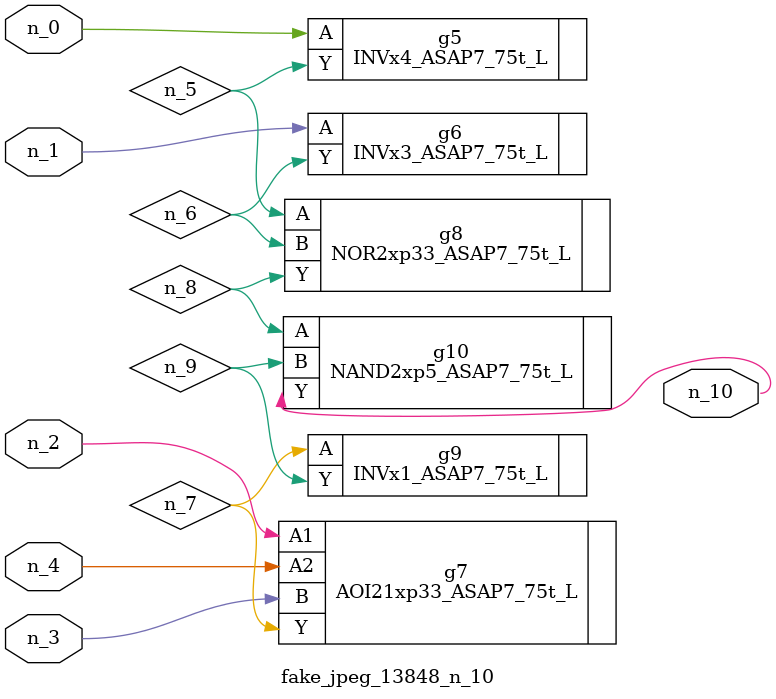
<source format=v>
module fake_jpeg_13848_n_10 (n_3, n_2, n_1, n_0, n_4, n_10);

input n_3;
input n_2;
input n_1;
input n_0;
input n_4;

output n_10;

wire n_8;
wire n_9;
wire n_6;
wire n_5;
wire n_7;

INVx4_ASAP7_75t_L g5 ( 
.A(n_0),
.Y(n_5)
);

INVx3_ASAP7_75t_L g6 ( 
.A(n_1),
.Y(n_6)
);

AOI21xp33_ASAP7_75t_L g7 ( 
.A1(n_2),
.A2(n_4),
.B(n_3),
.Y(n_7)
);

NOR2xp33_ASAP7_75t_L g8 ( 
.A(n_5),
.B(n_6),
.Y(n_8)
);

NAND2xp5_ASAP7_75t_L g10 ( 
.A(n_8),
.B(n_9),
.Y(n_10)
);

INVx1_ASAP7_75t_L g9 ( 
.A(n_7),
.Y(n_9)
);


endmodule
</source>
